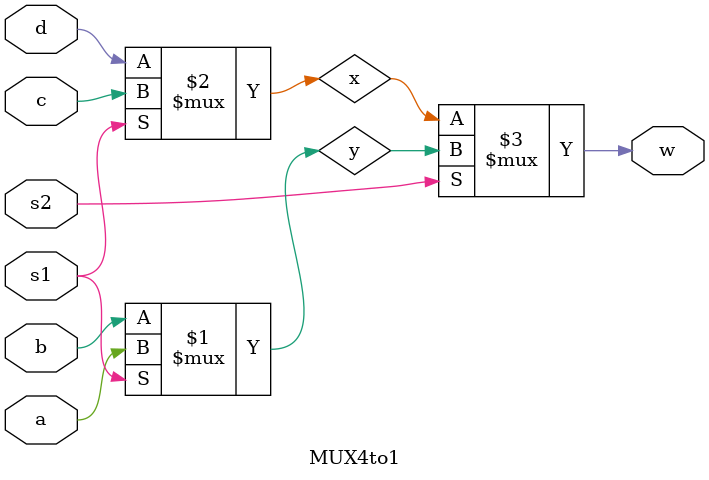
<source format=sv>
`timescale 1ns/1ns
module MUX4to1(input a,b,c,d, input s1, s2, output w);
      wire y, x;
      assign#(19,24) y = s1?a:b;
      assign#(19,24) x = s1?c:d;
      assign#(19,24) w = s2? y:x;
endmodule


</source>
